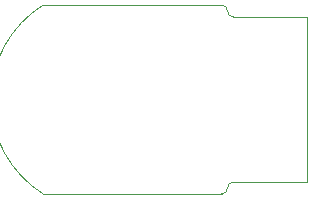
<source format=gm1>
G04 #@! TF.GenerationSoftware,KiCad,Pcbnew,(5.1.12)-1*
G04 #@! TF.CreationDate,2021-12-03T13:24:37+05:30*
G04 #@! TF.ProjectId,mico,6d69636f-2e6b-4696-9361-645f70636258,rev?*
G04 #@! TF.SameCoordinates,Original*
G04 #@! TF.FileFunction,Profile,NP*
%FSLAX46Y46*%
G04 Gerber Fmt 4.6, Leading zero omitted, Abs format (unit mm)*
G04 Created by KiCad (PCBNEW (5.1.12)-1) date 2021-12-03 13:24:37*
%MOMM*%
%LPD*%
G01*
G04 APERTURE LIST*
G04 #@! TA.AperFunction,Profile*
%ADD10C,0.050000*%
G04 #@! TD*
G04 APERTURE END LIST*
D10*
X140000000Y-119500000D02*
G75*
G02*
X139500000Y-120000000I-500000J0D01*
G01*
X140000000Y-119500000D02*
G75*
G02*
X140500000Y-119000000I500000J0D01*
G01*
X139500000Y-104000000D02*
G75*
G02*
X140000000Y-104500000I0J-500000D01*
G01*
X140500000Y-105000000D02*
G75*
G02*
X140000000Y-104500000I0J500000D01*
G01*
X146750000Y-119000000D02*
X146750000Y-105000000D01*
X140500000Y-119000000D02*
X146750000Y-119000000D01*
X124400000Y-120000000D02*
G75*
G02*
X124400000Y-104000000I5000000J8000000D01*
G01*
X139500000Y-120000000D02*
X124400000Y-120000000D01*
X139500000Y-104000000D02*
X124400000Y-104000000D01*
X146750000Y-105000000D02*
X140500000Y-105000000D01*
M02*

</source>
